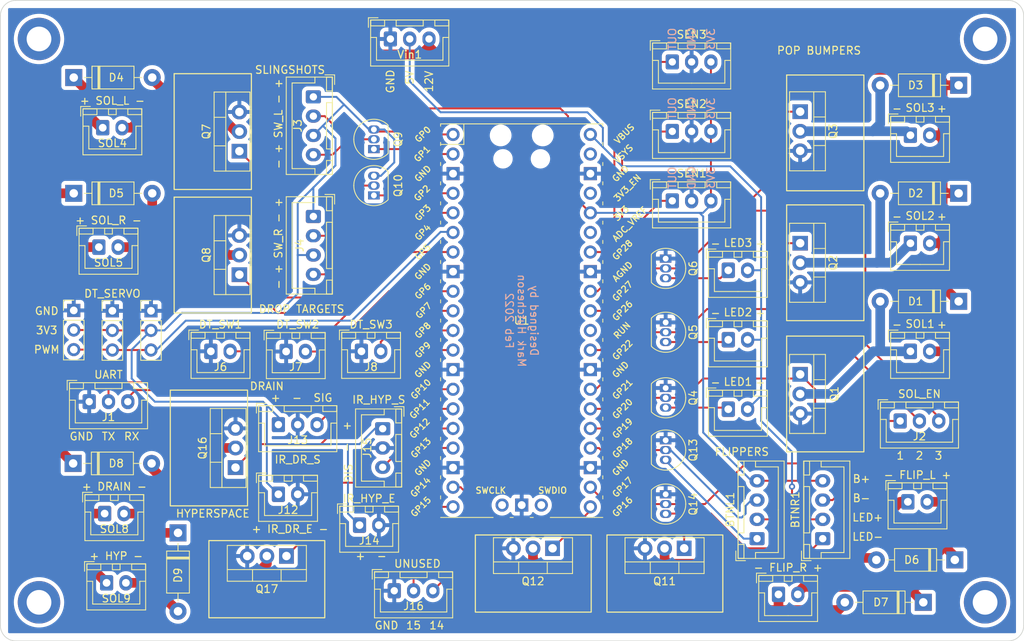
<source format=kicad_pcb>
(kicad_pcb (version 20211014) (generator pcbnew)
  (layers (0 "F.Cu" signal) (31 "B.Cu" signal) (34 "B.Paste" user) (35 "F.Paste" user) (36 "B.SilkS" user "B.Silkscreen") (37 "F.SilkS" user "F.Silkscreen") (38 "B.Mask" user) (39 "F.Mask" user) (44 "Edge.Cuts" user))
  (net 0 "")
  (net 1 "/12V")
  (net 2 "/SOL1")
  (net 3 "/SOL2")
  (net 4 "/SOL3")
  (net 5 "/LED1")
  (net 6 "/5V")
  (net 7 "/LED2")
  (net 8 "/LED3")
  (net 9 "/SOL1_en")
  (net 10 "/SOL2_En")
  (net 11 "/SOL3_en")
  (net 12 "/Sensor1")
  (net 13 "/3V3")
  (net 14 "/Sensor2")
  (net 15 "/Sensor3")
  (net 20 "/GND")
  (net 22 "/SOL8")
  (net 24 "/UART_TX")
  (net 25 "/UART_RX")
  (net 26 "/SOL4")
  (net 27 "/SOL5")
  (net 28 "/Sling_L_Switch")
  (net 29 "/Sling_R_Switch")
  (net 30 "/Sling_L_en")
  (net 31 "/Sling_R_en")
  (net 32 "/Sling_L_Switch_triggered")
  (net 33 "/Sling_R_Switch_triggered")
  (net 34 "/DRP_Servo")
  (net 35 "/DRP1")
  (net 36 "/DRP2")
  (net 37 "/DRP3")
  (net 38 "/LED_L")
  (net 39 "/TRIGGER_L")
  (net 40 "/LED_R")
  (net 41 "/TRIGGER_R")
  (net 42 "/SOL6")
  (net 43 "/SOL7")
  (net 44 "/SOL_L_EN")
  (net 45 "/SOL_R_EN")
  (net 46 "/DRAIN_SIGNAL")
  (net 47 "/SOL_RELOAD_EN")
  (net 48 "/SOL9")
  (net 49 "/HYP_SIGNAL")
  (net 50 "/SOL_HYP_EN")
  (net 51 "Net-(U1-Pad20)")
  (net 52 "Net-(U1-Pad19)")
  (footprint "Connector_JST:JST_XH_B4B-XH-A_1x04_P2.50mm_Vertical" (layer "F.Cu") (at 122.475 107.25 90)
    (fp_text reference "BTNL1")
    (fp_text value "Conn_01x04")
  )
  (footprint "Diode_THT:D_DO-41_SOD81_P10.16mm_Horizontal" (layer "F.Cu") (at 148.58 76.5 180)
    (fp_text reference "D1")
    (fp_text value "1N4004")
  )
  (footprint "Connector_JST:JST_XH_B3B-XH-A_1x03_P2.50mm_Vertical" (layer "F.Cu") (at 111.5 45.475)
    (fp_text reference "SEN3")
    (fp_text value "Conn_01x03")
  )
  (footprint "Diode_THT:D_DO-41_SOD81_P10.16mm_Horizontal" (layer "F.Cu") (at 34 47.5)
    (fp_text reference "D4")
    (fp_text value "1N4004")
  )
  (footprint "Package_TO_SOT_THT:TO-220-3_Vertical" (layer "F.Cu") (at 54.945 98.04 90)
    (fp_text reference "Q16")
    (fp_text value "TIP102")
  )
  (footprint "Connector_JST:JST_XH_B3B-XH-A_1x03_P2.50mm_Vertical" (layer "F.Cu") (at 111.5 63.475)
    (fp_text reference "SEN1")
    (fp_text value "Conn_01x03")
  )
  (footprint "Diode_THT:D_DO-41_SOD81_P10.16mm_Horizontal" (layer "F.Cu") (at 148.08 110 180)
    (fp_text reference "D6")
    (fp_text value "1N4004")
  )
  (footprint "Package_TO_SOT_THT:TO-92_Inline" (layer "F.Cu") (at 72.86 56.77 90)
    (fp_text reference "Q9")
    (fp_text value "2N3904")
  )
  (footprint "Package_TO_SOT_THT:TO-92_Inline" (layer "F.Cu") (at 110.64 70.96 -90)
    (fp_text reference "Q6")
    (fp_text value "2N3904")
  )
  (footprint "Pi-Pico:RPi_Pico_TH" (layer "F.Cu") (at 92 79)
    (fp_text reference "U1")
    (fp_text value "Pico")
  )
  (footprint "Connector_JST:JST_XH_B2B-XH-A_1x02_P2.50mm_Vertical" (layer "F.Cu") (at 118.75 81.475)
    (fp_text reference "LED2")
    (fp_text value "Conn_01x02")
  )
  (footprint "" (layer "F.Cu") (at 29.5 115.5)
    (fp_text reference "")
    (fp_text value "")
  )
  (footprint "Package_TO_SOT_THT:TO-220-3_Vertical" (layer "F.Cu") (at 128.055 85.96 -90)
    (fp_text reference "Q1")
    (fp_text value "TIP102")
  )
  (footprint "Connector_JST:JST_XH_B2B-XH-A_1x02_P2.50mm_Vertical" (layer "F.Cu") (at 37.75 54)
    (fp_text reference "SOL4")
    (fp_text value "Conn_01x02")
  )
  (footprint "Package_TO_SOT_THT:TO-92_Inline" (layer "F.Cu") (at 110.64 79.23 -90)
    (fp_text reference "Q5")
    (fp_text value "2N3904")
  )
  (footprint "Diode_THT:D_DO-41_SOD81_P10.16mm_Horizontal" (layer "F.Cu") (at 144 115.5 180)
    (fp_text reference "D7")
    (fp_text value "1N4004")
  )
  (footprint "Package_TO_SOT_THT:TO-220-3_Vertical" (layer "F.Cu") (at 113.04 108.5 180)
    (fp_text reference "Q11")
    (fp_text value "TIP102")
  )
  (footprint "MountingHole:MountingHole_3.2mm_M3_ISO14580_Pad" (layer "F.Cu") (at 152 42.5)
    (fp_text reference "REF**" hide)
    (fp_text value "MountingHole_3.2mm_M3_ISO14580_Pad" hide)
  )
  (footprint "Connector_PinHeader_2.54mm:PinHeader_1x03_P2.54mm_Vertical" (layer "F.Cu") (at 39 77.725)
    (fp_text reference "J10" hide)
    (fp_text value "Conn_01x03")
  )
  (footprint "Connector_JST:JST_XH_B4B-XH-A_1x04_P2.50mm_Vertical" (layer "F.Cu") (at 65.025 65.5 -90)
    (fp_text reference "J4")
    (fp_text value "Conn_01x02")
  )
  (footprint "Package_TO_SOT_THT:TO-220-3_Vertical" (layer "F.Cu") (at 128.055 51.92 -90)
    (fp_text reference "Q3")
    (fp_text value "TIP102")
  )
  (footprint "Connector_JST:JST_XH_B2B-XH-A_1x02_P2.50mm_Vertical" (layer "F.Cu") (at 60.5 101.5)
    (fp_text reference "J12")
    (fp_text value "Conn_01x02")
  )
  (footprint "Package_TO_SOT_THT:TO-220-3_Vertical" (layer "F.Cu") (at 55.445 73.04 90)
    (fp_text reference "Q8")
    (fp_text value "TIP102")
  )
  (footprint "Connector_JST:JST_XH_B3B-XH-A_1x03_P2.50mm_Vertical" (layer "F.Cu") (at 74 93 -90)
    (fp_text reference "J15")
    (fp_text value "Conn_01x03")
  )
  (footprint "Connector_JST:JST_XH_B2B-XH-A_1x02_P2.50mm_Vertical" (layer "F.Cu") (at 37.25 69.475)
    (fp_text reference "SOL5")
    (fp_text value "Conn_01x02")
  )
  (footprint "Connector_JST:JST_XH_B2B-XH-A_1x02_P2.50mm_Vertical" (layer "F.Cu") (at 142 102.475)
    (fp_text reference "SOL_L1" hide)
    (fp_text value "Conn_01x02")
  )
  (footprint "Diode_THT:D_DO-41_SOD81_P10.16mm_Horizontal" (layer "F.Cu") (at 34 62.5)
    (fp_text reference "D5")
    (fp_text value "1N4004")
  )
  (footprint "Connector_PinHeader_2.54mm:PinHeader_1x03_P2.54mm_Vertical" (layer "F.Cu") (at 44 77.725)
    (fp_text reference "J11" hide)
    (fp_text value "Conn_01x03")
  )
  (footprint "Package_TO_SOT_THT:TO-220-3_Vertical" (layer "F.Cu") (at 55.445 57.04 90)
    (fp_text reference "Q7")
    (fp_text value "TIP102")
  )
  (footprint "Connector_JST:JST_XH_B3B-XH-A_1x03_P2.50mm_Vertical" (layer "F.Cu") (at 36 89.5)
    (fp_text reference "J1")
    (fp_text value "Conn_01x02")
  )
  (footprint "Connector_JST:JST_XH_B3B-XH-A_1x03_P2.50mm_Vertical" (layer "F.Cu") (at 141 92)
    (fp_text reference "J2")
    (fp_text value "Conn_01x03")
  )
  (footprint "Connector_JST:JST_XH_B3B-XH-A_1x03_P2.50mm_Vertical" (layer "F.Cu") (at 60.5 92.475)
    (fp_text reference "J13")
    (fp_text value "Conn_01x03")
  )
  (footprint "Connector_JST:JST_XH_B2B-XH-A_1x02_P2.50mm_Vertical" (layer "F.Cu") (at 38.25 112.975)
    (fp_text reference "SOL9")
    (fp_text value "Conn_01x02")
  )
  (footprint "Package_TO_SOT_THT:TO-92_Inline" (layer "F.Cu") (at 110.64 87.73 -90)
    (fp_text reference "Q4")
    (fp_text value "2N3904")
  )
  (footprint "Connector_JST:JST_XH_B2B-XH-A_1x02_P2.50mm_Vertical" (layer "F.Cu") (at 51.75 82.975)
    (fp_text reference "J6")
    (fp_text value "Conn_01x02")
  )
  (footprint "Package_TO_SOT_THT:TO-92_Inline" (layer "F.Cu") (at 72.86 62.77 90)
    (fp_text reference "Q10")
    (fp_text value "2N3904")
  )
  (footprint "Connector_JST:JST_XH_B3B-XH-A_1x03_P2.50mm_Vertical" (layer "F.Cu") (at 111.5 54.475)
    (fp_text reference "SEN2")
    (fp_text value "Conn_01x03")
  )
  (footprint "Connector_JST:JST_XH_B2B-XH-A_1x02_P2.50mm_Vertical" (layer "F.Cu") (at 61.5 83)
    (fp_text reference "J7")
    (fp_text value "Conn_01x02")
  )
  (footprint "Connector_JST:JST_XH_B2B-XH-A_1x02_P2.50mm_Vertical" (layer "F.Cu") (at 125.25 114.475)
    (fp_text reference "SOL_R1" hide)
    (fp_text value "Conn_01x02")
  )
  (footprint "Diode_THT:D_DO-41_SOD81_P10.16mm_Horizontal" (layer "F.Cu") (at 47.5 106.5 -90)
    (fp_text reference "D9")
    (fp_text value "1N4004")
  )
  (footprint "Connector_JST:JST_XH_B3B-XH-A_1x03_P2.50mm_Vertical" (layer "F.Cu") (at 75.5 114)
    (fp_text reference "J16")
    (fp_text value "Conn_01x03")
  )
  (footprint "Connector_JST:JST_XH_B2B-XH-A_1x02_P2.50mm_Vertical" (layer "F.Cu") (at 142.33 82.975)
    (fp_text reference "SOL1")
    (fp_text value "Conn_01x02")
  )
  (footprint "Package_TO_SOT_THT:TO-92_Inline" (layer "F.Cu") (at 110.64 101.5 -90)
    (fp_text reference "Q14")
    (fp_text value "2N3904")
  )
  (footprint "Package_TO_SOT_THT:TO-220-3_Vertical" (layer "F.Cu") (at 61.54 109.5 180)
    (fp_text reference "Q17")
    (fp_text value "TIP102")
  )
  (footprint "Connector_JST:JST_XH_B3B-XH-A_1x03_P2.50mm_Vertical" (layer "F.Cu") (at 75 42.5)
    (fp_text reference "Vin1")
    (fp_text value "Conn_01x03")
  )
  (footprint "Package_TO_SOT_THT:TO-220-3_Vertical" (layer "F.Cu") (at 128.055 68.96 -90)
    (fp_text reference "Q2")
    (fp_text value "TIP102")
  )
  (footprint "Connector_JST:JST_XH_B2B-XH-A_1x02_P2.50mm_Vertical" (layer "F.Cu") (at 142.33 54.975)
    (fp_text reference "SOL3")
    (fp_text value "Conn_01x02")
  )
  (footprint "Connector_JST:JST_XH_B2B-XH-A_1x02_P2.50mm_Vertical" (layer "F.Cu") (at 71.25 82.975)
    (fp_text reference "J8")
    (fp_text value "Conn_01x02")
  )
  (footprint "Connector_JST:JST_XH_B2B-XH-A_1x02_P2.50mm_Vertical" (layer "F.Cu") (at 118.75 72.475)
    (fp_text reference "LED3")
    (fp_text value "Conn_01x02")
  )
  (footprint "" (layer "F.Cu") (at 29.5 42.5)
    (fp_text reference "")
    (fp_text value "")
  )
  (footprint "Diode_THT:D_DO-41_SOD81_P10.16mm_Horizontal" (layer "F.Cu") (at 148.58 48.5 180)
    (fp_text reference "D3")
    (fp_text value "1N4004")
  )
  (footprint "Package_TO_SOT_THT:TO-220-3_Vertical" (layer "F.Cu") (at 96 108.5 180)
    (fp_text reference "Q12")
    (fp_text value "TIP102")
  )
  (footprint "Connector_JST:JST_XH_B4B-XH-A_1x04_P2.50mm_Vertical" (layer "F.Cu") (at 130.975 107.25 90)
    (fp_text reference "BTNR1")
    (fp_text value "Conn_01x04")
  )
  (footprint "Connector_JST:JST_XH_B2B-XH-A_1x02_P2.50mm_Vertical" (layer "F.Cu") (at 71 105.5)
    (fp_text reference "J14")
    (fp_text value "Conn_01x02")
  )
  (footprint "Package_TO_SOT_THT:TO-92_Inline" (layer "F.Cu") (at 110.64 94.5 -90)
    (fp_text reference "Q13")
    (fp_text value "2N3904")
  )
  (footprint "Diode_THT:D_DO-41_SOD81_P10.16mm_Horizontal" (layer "F.Cu") (at 148.58 62.5 180)
    (fp_text reference "D2")
    (fp_text value "1N4004")
  )
  (footprint "Connector_JST:JST_XH_B2B-XH-A_1x02_P2.50mm_Vertical" (layer "F.Cu") (at 142.33 68.975)
    (fp_text reference "SOL2")
    (fp_text value "Conn_01x02")
  )
  (footprint "Diode_THT:D_DO-41_SOD81_P10.16mm_Horizontal" (layer "F.Cu") (at 33.92 97.5)
    (fp_text reference "D8")
    (fp_text value "1N4004")
  )
  (footprint "Connector_JST:JST_XH_B2B-XH-A_1x02_P2.50mm_Vertical" (layer "F.Cu") (at 118.75 90.475)
    (fp_text reference "LED1")
    (fp_text value "Conn_01x02")
  )
  (footprint "" (layer "F.Cu") (at 152 115.5)
    (fp_text reference "")
    (fp_text value "")
  )
  (footprint "Connector_JST:JST_XH_B2B-XH-A_1x02_P2.50mm_Vertical" (layer "F.Cu") (at 38 104)
    (fp_text reference "SOL8")
    (fp_text value "Conn_01x02")
  )
  (footprint "Connector_PinHeader_2.54mm:PinHeader_1x03_P2.54mm_Vertical" (layer "F.Cu") (at 34 77.675)
    (fp_text reference "J9" hide)
    (fp_text value "Conn_01x03")
  )
  (footprint "Connector_JST:JST_XH_B4B-XH-A_1x04_P2.50mm_Vertical" (layer "F.Cu") (at 65.025 50 -90)
    (fp_text reference "J3")
    (fp_text value "Conn_01x02")
  )
  (gr_rect (start 57 63) (end 47 78) (layer "F.SilkS") (width 0.15) (fill none))
  (gr_rect (start 136.305 47.17) (end 126.305 62.17) (layer "F.SilkS") (width 0.15) (fill none))
  (gr_rect (start 86 106.77) (end 101 116.77) (layer "F.SilkS") (width 0.15) (fill none))
  (gr_rect (start 103.04 106.77) (end 118.04 116.77) (layer "F.SilkS") (width 0.15) (fill none))
  (gr_rect (start 136.305 64) (end 126.305 79) (layer "F.SilkS") (width 0.15) (fill none))
  (gr_rect (start 51.5 107.5) (end 66.5 117.5) (layer "F.SilkS") (width 0.15) (fill none))
  (gr_rect (start 56.5 88) (end 46.5 103) (layer "F.SilkS") (width 0.15) (fill none))
  (gr_rect (start 57 47) (end 47 62) (layer "F.SilkS") (width 0.15) (fill none))
  (gr_rect (start 136.305 81) (end 126.305 96) (layer "F.SilkS") (width 0.15) (fill none))
  (gr_line (start 24.5 39.5) (end 24.5 118.5) (layer "Edge.Cuts") (width 0.1))
  (gr_arc (start 24.5 39.5) (mid 25.085786 38.085786) (end 26.5 37.5) (layer "Edge.Cuts") (width 0.1))
  (gr_line (start 26.5 120.5) (end 155 120.5) (layer "Edge.Cuts") (width 0.1))
  (gr_arc (start 155 37.5) (mid 156.414214 38.085786) (end 157 39.5) (layer "Edge.Cuts") (width 0.1))
  (gr_arc (start 157 118.5) (mid 156.414214 119.914214) (end 155 120.5) (layer "Edge.Cuts") (width 0.1))
  (gr_arc (start 26.5 120.5) (mid 25.085786 119.914214) (end 24.5 118.5) (layer "Edge.Cuts") (width 0.1))
  (gr_line (start 157 118.5) (end 157 39.5) (layer "Edge.Cuts") (width 0.1))
  (gr_line (start 155 37.5) (end 26.5 37.5) (layer "Edge.Cuts") (width 0.1))
  (gr_text "GND" (at 114 42.5 90) (layer "B.SilkS") (effects (font (size 1 1)) (justify mirror)))
  (gr_text "3V3" (at 116.5 60.5 90) (layer "B.SilkS") (effects (font (size 1 1)) (justify mirror)))
  (gr_text "OUT" (at 111.5 42.5 90) (layer "B.SilkS") (effects (font (size 1 1)) (justify mirror)))
  (gr_text "OUT" (at 111.5 60.5 90) (layer "B.SilkS") (effects (font (size 1 1)) (justify mirror)))
  (gr_text "Designed by\nMark Hutcheson\nFeb 2022" (at 92 79 270) (layer "B.SilkS") (effects (font (size 1 1)) (justify mirror)))
  (gr_text "3V3" (at 116.5 51.5 90) (layer "B.SilkS") (effects (font (size 1 1)) (justify mirror)))
  (gr_text "GND" (at 114 60.5 90) (layer "B.SilkS") (effects (font (size 1 1)) (justify mirror)))
  (gr_text "OUT" (at 111.5 51.5 90) (layer "B.SilkS") (effects (font (size 1 1)) (justify mirror)))
  (gr_text "3V3" (at 116.5 42.5 90) (layer "B.SilkS") (effects (font (size 1 1)) (justify mirror)))
  (gr_text "GND" (at 114 51.5 90) (layer "B.SilkS") (effects (font (size 1 1)) (justify mirror)))
  (gr_text "1  2  3" (at 143.5 96.5) (layer "F.SilkS") (effects (font (size 1 1))))
  (gr_text "UNUSED" (at 78.5 110.5) (layer "F.SilkS") (effects (font (size 1 1))))
  (gr_text "+  -  SIG" (at 63.5 89) (layer "F.SilkS") (effects (font (size 1 1))))
  (gr_text "+ SOL_R -" (at 38.5 66) (layer "F.SilkS") (effects (font (size 1 1))))
  (gr_text "POP BUMPERS" (at 130.5 44) (layer "F.SilkS") (effects (font (size 1 1))))
  (gr_text "-      +" (at 143.5 79.5) (layer "F.SilkS") (effects (font (size 1 1))))
  (gr_text "UART" (at 38.5 86) (layer "F.SilkS") (effects (font (size 1 1))))
  (gr_text "+ HYP -" (at 39.5 109.5) (layer "F.SilkS") (effects (font (size 1 1))))
  (gr_text "IR_HYP_E" (at 72.25 102.05) (layer "F.SilkS") (effects (font (size 1 1))))
  (gr_text "DT_SW3" (at 72.5 79.5) (layer "F.SilkS") (effects (font (size 1 1))))
  (gr_text "-      +" (at 120 87) (layer "F.SilkS") (effects (font (size 1 1))))
  (gr_text "+ IR_DR_E -" (at 62 106) (layer "F.SilkS") (effects (font (size 1 1))))
  (gr_text "DT_SW1" (at 53 79.5) (layer "F.SilkS") (effects (font (size 1 1))))
  (gr_text "B+" (at 136 99.5) (layer "F.SilkS") (effects (font (size 1 1))))
  (gr_text "GND" (at 30.5 77.75) (layer "F.SilkS") (effects (font (size 1 1))))
  (gr_text "+  -" (at 72.5 109.5) (layer "F.SilkS") (effects (font (size 1 1))))
  (gr_text "- FLIP_R +" (at 126.5 111) (layer "F.SilkS") (effects (font (size 1 1))))
  (gr_text "DT_SERVO" (at 39 75.5) (layer "F.SilkS") (effects (font (size 1 1))))
  (gr_text "- FLIP_L +" (at 143.25 99) (layer "F.SilkS") (effects (font (size 1 1))))
  (gr_text "5V" (at 77.5 47.5 90) (layer "F.SilkS") (effects (font (size 1 1))))
  (gr_text "- + SW_R - +" (at 60.5 69 90) (layer "F.SilkS") (effects (font (size 1 1))))
  (gr_text "+ DRAIN -" (at 39.25 100.5) (layer "F.SilkS") (effects (font (size 1 1))))
  (gr_text "-      +" (at 143.5 51.5) (layer "F.SilkS") (effects (font (size 1 1))))
  (gr_text "RX" (at 41.5 94) (layer "F.SilkS") (effects (font (size 1 1))))
  (gr_text "FLIPPERS" (at 120.5 96) (layer "F.SilkS") (effects (font (size 1 1))))
  (gr_text "LED-" (at 136.8 107) (layer "F.SilkS") (effects (font (size 1 1))))
  (gr_text "GND" (at 75 48 90) (layer "F.SilkS") (effects (font (size 1 1))))
  (gr_text "GND" (at 35 94) (layer "F.SilkS") (effects (font (size 1 1))))
  (gr_text "SOL_EN" (at 143.5 88.5) (layer "F.SilkS") (effects (font (size 1 1))))
  (gr_text "HYPERSPACE" (at 52 104) (layer "F.SilkS") (effects (font (size 1 1))))
  (gr_text "12V" (at 80 48 90) (layer "F.SilkS") (effects (font (size 1 1))))
  (gr_text "LED+" (at 136.8 104.5) (layer "F.SilkS") (effects (font (size 1 1))))
  (gr_text "-      +" (at 143.5 65.5) (layer "F.SilkS") (effects (font (size 1 1))))
  (gr_text "GND" (at 74.5 118.5) (layer "F.SilkS") (effects (font (size 1 1))))
  (gr_text "+ SOL_L -" (at 39 50.5) (layer "F.SilkS") (effects (font (size 1 1))))
  (gr_text "SLINGSHOTS" (at 62 46.5) (layer "F.SilkS") (effects (font (size 1 1))))
  (gr_text "DROP TARGETS" (at 63.5 77.5) (layer "F.SilkS") (effects (font (size 1 1))))
  (gr_text "DT_SW2" (at 63 79.5) (layer "F.SilkS") (effects (font (size 1 1))))
  (gr_text "-      +" (at 120 78) (layer "F.SilkS") (effects (font (size 1 1))))
  (gr_text "B-" (at 136 102) (layer "F.SilkS") (effects (font (size 1 1))))
  (gr_text "3V3" (at 30.5 80.25) (layer "F.SilkS") (effects (font (size 1 1))))
  (gr_text "-      +" (at 120 69) (layer "F.SilkS") (effects (font (size 1 1))))
  (gr_text "15" (at 78 118.5) (layer "F.SilkS") (effects (font (size 1 1))))
  (gr_text "DRAIN" (at 59 87.5) (layer "F.SilkS") (effects (font (size 1 1))))
  (gr_text "- + SW_L - +" (at 60.5 53.5 90) (layer "F.SilkS") (effects (font (size 1 1))))
  (gr_text "+  -  SIG" (at 69.5 96 270) (layer "F.SilkS") (effects (font (size 1 1))))
  (gr_text "14" (at 81 118.5) (layer "F.SilkS") (effects (font (size 1 1))))
  (gr_text "IR_DR_S" (at 63 97) (layer "F.SilkS") (effects (font (size 1 1))))
  (gr_text "IR_HYP_S" (at 73.5 89.25) (layer "F.SilkS") (effects (font (size 1 1))))
  (gr_text "PWM" (at 30.5 82.75) (layer "F.SilkS") (effects (font (size 1 1))))
  (gr_text "TX" (at 38.5 94) (layer "F.SilkS") (effects (font (size 1 1))))
  (segment (start 144 112.5) (end 143 113.5) (width 1.25) (layer "F.Cu") (net 1))
  (segment (start 147.525 102.475) (end 148 102) (width 1.25) (layer "F.Cu") (net 1))
  (segment (start 31 55) (end 31 62.5) (width 1.25) (layer "F.Cu") (net 1))
  (segment (start 34.75 51.25) (end 31 55) (width 1.25) (layer "F.Cu") (net 1))
  (segment (start 41.5 44.5) (end 36 50) (width 1.25) (layer "F.Cu") (net 1))
  (segment (start 31 62.5) (end 31 66) (width 1.25) (layer "F.Cu") (net 1))
  (segment (start 146.5 48) (end 146.5 48.5) (width 1.25) (layer "F.Cu") (net 1))
  (segment (start 34.5 104) (end 38 104) (width 1.25) (layer "F.Cu") (net 1))
  (segment (start 37.5 54) (end 34.75 51.25) (width 1.25) (layer "F.Cu") (net 1))
  (segment (start 144.5 102.475) (end 147.525 102.475) (width 1.25) (layer "F.Cu") (net 1))
  (segment (start 34.5 104) (end 34.5 106.5) (width 1.25) (layer "F.Cu") (net 1))
  (segment (start 142.5 114) (end 142.5 113.5) (width 1.25) (layer "F.Cu") (net 1))
  (segment (start 145.975 54.975) (end 146.5 55.5) (width 1.25) (layer "F.Cu") (net 1))
  (segment (start 144.83 54.975) (end 145.975 54.975) (width 1.25) (layer "F.Cu") (net 1))
  (segment (start 80 42.5) (end 80 43.5) (width 1.25) (layer "F.Cu") (net 1))
  (segment (start 128.5 113.5) (end 127.75 114.25) (width 1.25) (layer "F.Cu") (net 1))
  (segment (start 34.5 106.5) (end 34.5 109.225) (width 1.25) (layer "F.Cu") (net 1))
  (segment (start 146.75 108.25) (end 144 111) (width 1.25) (layer "F.Cu") (net 1))
  (segment (start 148.08 110) (end 148.08 109.58) (width 1.25) (layer "F.Cu") (net 1))
  (segment (start 125 46.5) (end 145 46.5) (width 1.25) (layer "F.Cu") (net 1))
  (segment (start 151 91) (end 148 94) (width 1.25) (layer "F.Cu") (net 1))
  (segment (start 106 45) (end 108 43) (width 1.25) (layer "F.Cu") (net 1))
  (segment (start 37.75 54) (end 37.5 54) (width 1.25) (layer "F.Cu") (net 1))
  (segment (start 146.5 62) (end 146.5 68.5) (width 1.25) (layer "F.Cu") (net 1))
  (segment (start 146.5 73) (end 146.5 74.5) (width 1.25) (layer "F.Cu") (net 1))
  (segment (start 148 94) (end 148 102) (width 1.25) (layer "F.Cu") (net 1))
  (segment (start 146.5 48.5) (end 146.5 55.5) (width 1.25) (layer "F.Cu") (net 1))
  (segment (start 31 66) (end 31 94.58) (width 1.25) (layer "F.Cu") (net 1))
  (segment (start 31 66) (end 34.475 69.475) (width 1.25) (layer "F.Cu") (net 1))
  (segment (start 79 44.5) (end 41.5 44.5) (width 1.25) (layer "F.Cu") (net 1))
  (segment (start 31 94.58) (end 31 100.5) (width 1.25) (layer "F.Cu") (net 1))
  (segment (start 127.75 114.25) (end 127.75 114.475) (width 1.25) (layer "F.Cu") (net 1))
  (segment (start 34.475 69.475) (end 37.25 69.475) (width 1.25) (layer "F.Cu") (net 1))
  (segment (start 147 62.5) (end 146.5 62) (width 1.25) (layer "F.Cu") (net 1))
  (segment (start 144 111) (end 144 112.5) (width 1.25) (layer "F.Cu") (net 1))
  (segment (start 34 47.5) (end 36 49.5) (width 1.25) (layer "F.Cu") (net 1))
  (segment (start 149.5 73) (end 151 74.5) (width 1.25) (layer "F.Cu") (net 1))
  (segment (start 146.5 55.5) (end 146.5 62) (width 1.25) (layer "F.Cu") (net 1))
  (segment (start 151 74.5) (end 151 82.5) (width 1.25) (layer "F.Cu") (net 1))
  (segment (start 146.5 74.5) (end 148.5 76.5) (width 1.25) (layer "F.Cu") (net 1))
  (segment (start 148.5 76.5) (end 148.58 76.5) (width 1.25) (layer "F.Cu") (net 1))
  (segment (start 34.5 106.5) (end 47.5 106.5) (width 1.25) (layer "F.Cu") (net 1))
  (segment (start 81.5 45) (end 106 45) (width 1.25) (layer "F.Cu") (net 1))
  (segment (start 148.58 62.5) (end 147 62.5) (width 1.25) (layer "F.Cu") (net 1))
  (segment (start 34 62.5) (end 31 62.5) (width 1.25) (layer "F.Cu") (net 1))
  (segment (start 144.83 82.975) (end 150.525 82.975) (width 1.25) (layer "F.Cu") (net 1))
  (segment (start 144 115.5) (end 142.5 114) (width 1.25) (layer "F.Cu") (net 1))
  (segment (start 146.5 73) (end 149.5 73) (width 1.25) (layer "F.Cu") (net 1))
  (segment (start 108 43) (end 121.5 43) (width 1.25) (layer "F.Cu") (net 1))
  (segment (start 80 43.5) (end 79 44.5) (width 1.25) (layer "F.Cu") (net 1))
  (segment (start 145 46.5) (end 146.5 48) (width 1.25) (layer "F.Cu") (net 1))
  (segment (start 148.58 48.5) (end 146.5 48.5) (width 1.25) (layer "F.Cu") (net 1))
  (segment (start 148 102) (end 148 107) (width 1.25) (layer "F.Cu") (net 1))
  (segment (start 146.5 68.5) (end 146.5 73) (width 1.25) (layer "F.Cu") (net 1))
  (segment (start 148.08 109.58) (end 146.75 108.25) (width 1.25) (layer "F.Cu") (net 1))
  (segment (start 80 43.5) (end 81.5 45) (width 1.25) (layer "F.Cu") (net 1))
  (segment (start 34.5 109.225) (end 38.25 112.975) (width 1.25) (layer "F.Cu") (net 1))
  (segment (start 31 100.5) (end 34.5 104) (width 1.25) (layer "F.Cu") (net 1))
  (segment (start 36 49.5) (end 36 50) (width 1.25) (layer "F.Cu") (net 1))
  (segment (start 148 107) (end 146.75 108.25) (width 1.25) (layer "F.Cu") (net 1))
  (segment (start 143 113.5) (end 142.5 113.5) (width 1.25) (layer "F.Cu") (net 1))
  (segment (start 146.025 68.975) (end 146.5 68.5) (width 1.25) (layer "F.Cu") (net 1))
  (segment (start 150.525 82.975) (end 151 82.5) (width 1.25) (layer "F.Cu") (net 1))
  (segment (start 151 82.5) (end 151 91) (width 1.25) (layer "F.Cu") (net 1))
  (segment (start 144.83 68.975) (end 146.025 68.975) (width 1.25) (layer "F.Cu") (net 1))
  (segment (start 121.5 43) (end 125 46.5) (width 1.25) (layer "F.Cu") (net 1))
  (segment (start 36 50) (end 34.75 51.25) (width 1.25) (layer "F.Cu") (net 1))
  (segment (start 31 94.58) (end 33.92 97.5) (width 1.25) (layer "F.Cu") (net 1))
  (segment (start 142.5 113.5) (end 128.5 113.5) (width 1.25) (layer "F.Cu") (net 1))
  (segment (start 138.42 76.5) (end 138.42 82.58) (width 1.25) (layer "B.Cu") (net 2))
  (segment (start 132 88.5) (end 137.525 82.975) (width 1.25) (layer "B.Cu") (net 2))
  (segment (start 138.025 82.975) (end 142.33 82.975) (width 1.25) (layer "B.Cu") (net 2))
  (segment (start 128.055 88.5) (end 132 88.5) (width 1.25) (layer "B.Cu") (net 2))
  (segment (start 138.42 82.58) (end 138.025 82.975) (width 1.25) (layer "B.Cu") (net 2))
  (segment (start 137.525 82.975) (end 138.025 82.975) (width 1.25) (layer "B.Cu") (net 2))
  (segment (start 138 71.5) (end 139.805 71.5) (width 1.25) (layer "B.Cu") (net 3))
  (segment (start 138.42 62.5) (end 138.42 71.08) (width 1.25) (layer "B.Cu") (net 3))
  (segment (start 138.42 71.08) (end 138 71.5) (width 1.25) (layer "B.Cu") (net 3))
  (segment (start 128.055 71.5) (end 138 71.5) (width 1.25) (layer "B.Cu") (net 3))
  (segment (start 139.805 71.5) (end 142.33 68.975) (width 1.25) (layer "B.Cu") (net 3))
  (segment (start 138.42 53.5) (end 137.46 54.46) (width 1.25) (layer "B.Cu") (net 4))
  (segment (start 137.46 54.46) (end 141.815 54.46) (width 1.25) (layer "B.Cu") (net 4))
  (segment (start 141.815 54.46) (end 142.33 54.975) (width 1.25) (layer "B.Cu") (net 4))
  (segment (start 128.055 54.46) (end 137.46 54.46) (width 1.25) (layer "B.Cu") (net 4))
  (segment (start 138.42 48.5) (end 138.42 53.5) (width 1.25) (layer "B.Cu") (net 4))
  (segment (start 118.545 90.27) (end 118.75 90.475) (width 0.25) (layer "F.Cu") (net 5))
  (segment (start 110.64 90.27) (end 118.545 90.27) (width 0.25) (layer "F.Cu") (net 5))
  (segment (start 127 103) (end 128.75 104.75) (width 0.25) (layer "F.Cu") (net 6))
  (segment (start 128.75 104.75) (end 130.975 104.75) (width 0.25) (layer "F.Cu") (net 6))
  (segment (start 127 100.5) (end 127 103) (width 0.25) (layer "F.Cu") (net 6))
  (segment (start 127 103) (end 125.25 104.75) (width 0.25) (layer "F.Cu") (net 6))
  (segment (start 125.25 104.75) (end 122.475 104.75) (width 0.25) (layer "F.Cu") (net 6))
  (via (at 127 100.5) (size 0.8) (drill 0.4) (layers "F.Cu" "B.Cu") (net 6))
  (segment (start 102.51 56.49) (end 100.89 54.87) (width 0.25) (layer "B.Cu") (net 6))
  (segment (start 119 59) (end 123 63) (width 0.25) (layer "B.Cu") (net 6))
  (segment (start 81.5 52) (end 77.5 48) (width 0.25) (layer "B.Cu") (net 6))
  (segment (start 102.51 56.49) (end 105.02 59) (width 0.25) (layer "B.Cu") (net 6))
  (segment (start 123 81.5) (end 123 88.725) (width 0.25) (layer "B.Cu") (net 6))
  (segment (start 105.02 59) (end 119 59) (width 0.25) (layer "B.Cu") (net 6))
  (segment (start 100.5 52) (end 81.5 52) (width 0.25) (layer "B.Cu") (net 6))
  (segment (start 121.25 72.475) (end 122.975 72.475) (width 0.25) (layer "B.Cu") (net 6))
  (segment (start 123 72.5) (end 123 81.5) (width 0.25) (layer "B.Cu") (net 6))
  (segment (start 77.5 48) (end 77.5 42.5) (width 0.25) (layer "B.Cu") (net 6))
  (segment (start 102.51 56.49) (end 102.51 54.01) (width 0.25) (layer "B.Cu") (net 6))
  (segment (start 127 96) (end 127 100.5) (width 0.25) (layer "B.Cu") (net 6))
  (segment (start 122.975 72.475) (end 123 72.5) (width 0.25) (layer "B.Cu") (net 6))
  (segment (start 122.975 81.475) (end 123 81.5) (width 0.25) (layer "B.Cu") (net 6))
  (segment (start 123 92) (end 127 96) (width 0.25) (layer "B.Cu") (net 6))
  (segment (start 123 63) (end 123 72.5) (width 0.25) (layer "B.Cu") (net 6))
  (segment (start 123 88.725) (end 123 92) (width 0.25) (layer "B.Cu") (net 6))
  (segment (start 121.25 81.475) (end 122.975 81.475) (width 0.25) (layer "B.Cu") (net 6))
  (segment (start 123 88.725) (end 121.25 90.475) (width 0.25) (layer "B.Cu") (net 6))
  (segment (start 102.51 54.01) (end 100.5 52) (width 0.25) (layer "B.Cu") (net 6))
  (segment (start 110.64 81.77) (end 118.455 81.77) (width 0.25) (layer "F.Cu") (net 7))
  (segment (start 118.455 81.77) (end 118.75 81.475) (width 0.25) (layer "F.Cu") (net 7))
  (segment (start 117.725 73.5) (end 118.75 72.475) (width 0.25) (layer "F.Cu") (net 8))
  (segment (start 110.64 73.5) (end 117.725 73.5) (width 0.25) (layer "F.Cu") (net 8))
  (segment (start 127.515 86.5) (end 128.055 85.96) (width 0.25) (layer "F.Cu") (net 9))
  (segment (start 105.5 89) (end 110.64 89) (width 0.25) (layer "F.Cu") (net 9))
  (segment (start 113 89) (end 115.5 86.5) (width 0.25) (layer "F.Cu") (net 9))
  (segment (start 100.89 90.43) (end 104.07 90.43) (width 0.25) (layer "F.Cu") (net 9))
  (segment (start 124.5 86.5) (end 127.515 86.5) (width 0.25) (layer "F.Cu") (net 9))
  (segment (start 128.055 85.96) (end 130 87.905) (width 0.25) (layer "F.Cu") (net 9))
  (segment (start 104.07 90.43) (end 105.5 89) (width 0.25) (layer "F.Cu") (net 9))
  (segment (start 130 87.905) (end 130 91.5) (width 0.25) (layer "F.Cu") (net 9))
  (segment (start 124 86.5) (end 124.5 86.5) (width 0.25) (layer "F.Cu") (net 9))
  (segment (start 115.5 86.5) (end 124 86.5) (width 0.25) (layer "F.Cu") (net 9))
  (segment (start 130 91.5) (end 130.5 92) (width 0.25) (layer "F.Cu") (net 9))
  (segment (start 110.64 89) (end 113 89) (width 0.25) (layer "F.Cu") (net 9))
  (segment (start 130.5 92) (end 141 92) (width 0.25) (layer "F.Cu") (net 9))
  (segment (start 129 77.5) (end 143.5 92) (width 0.25) (layer "F.Cu") (net 10))
  (segment (start 109 80.5) (end 110.64 80.5) (width 0.25) (layer "F.Cu") (net 10))
  (segment (start 124 77.5) (end 124.5 77.5) (width 0.25) (layer "F.Cu") (net 10))
  (segment (start 124.5 77.5) (end 126 76) (width 0.25) (layer "F.Cu") (net 10))
  (segment (start 126 76) (end 126 69.5) (width 0.25) (layer "F.Cu") (net 10))
  (segment (start 113 80.5) (end 116 77.5) (width 0.25) (layer "F.Cu") (net 10))
  (segment (start 116 77.5) (end 124 77.5) (width 0.25) (layer "F.Cu") (net 10))
  (segment (start 110.64 80.5) (end 113 80.5) (width 0.25) (layer "F.Cu") (net 10))
  (segment (start 126 69.5) (end 126.54 68.96) (width 0.25) (layer "F.Cu") (net 10))
  (segment (start 100.89 87.89) (end 101.61 87.89) (width 0.25) (layer "F.Cu") (net 10))
  (segment (start 126.54 68.96) (end 128.055 68.96) (width 0.25) (layer "F.Cu") (net 10))
  (segment (start 124.5 77.5) (end 129 77.5) (width 0.25) (layer "F.Cu") (net 10))
  (segment (start 101.61 87.89) (end 109 80.5) (width 0.25) (layer "F.Cu") (net 10))
  (segment (start 107 78) (end 107 73.5) (width 0.25) (layer "F.Cu") (net 11))
  (segment (start 110.64 72.23) (end 112.77 72.23) (width 0.25) (layer "F.Cu") (net 11))
  (segment (start 146 91.5) (end 146 92) (width 0.25) (layer "F.Cu") (net 11))
  (segment (start 122.5 62.5) (end 124.5 60.5) (width 0.25) (layer "F.Cu") (net 11))
  (segment (start 124.5 53) (end 125.58 51.92) (width 0.25) (layer "F.Cu") (net 11))
  (segment (start 102.19 82.81) (end 107 78) (width 0.25) (layer "F.Cu") (net 11))
  (segment (start 120.25 64.75) (end 122.5 62.5) (width 0.25) (layer "F.Cu") (net 11))
  (segment (start 120.25 64.75) (end 131.25 64.75) (width 0.25) (layer "F.Cu") (net 11))
  (segment (start 136.5 82) (end 146 91.5) (width 0.25) (layer "F.Cu") (net 11))
  (segment (start 112.77 72.23) (end 120 65) (width 0.25) (layer "F.Cu") (net 11))
  (segment (start 120 65) (end 120.25 64.75) (width 0.25) (layer "F.Cu") (net 11))
  (segment (start 100.89 82.81) (end 102.19 82.81) (width 0.25) (layer "F.Cu") (net 11))
  (segment (start 136.5 70) (end 136.5 82) (width 0.25) (layer "F.Cu") (net 11))
  (segment (start 108.27 72.23) (end 110.64 72.23) (width 0.25) (layer "F.Cu") (net 11))
  (segment (start 107 73.5) (end 108.27 72.23) (width 0.25) (layer "F.Cu") (net 11))
  (segment (start 125.58 51.92) (end 128.055 51.92) (width 0.25) (layer "F.Cu") (net 11))
  (segment (start 131.25 64.75) (end 136.5 70) (width 0.25) (layer "F.Cu") (net 11))
  (segment (start 124.5 60.5) (end 124.5 53) (width 0.25) (layer "F.Cu") (net 11))
  (segment (start 110.025 63.475) (end 106 67.5) (width 0.25) (layer "F.Cu") (net 12))
  (segment (start 103.77 77.73) (end 100.89 77.73) (width 0.25) (layer "F.Cu") (net 12))
  (segment (start 106 75.5) (end 103.77 77.73) (width 0.25) (layer "F.Cu") (net 12))
  (segment (start 106 67.5) (end 106 75.5) (width 0.25) (layer "F.Cu") (net 12))
  (segment (start 111.5 63.475) (end 110.025 63.475) (width 0.25) (layer "F.Cu") (net 12))
  (segment (start 98 52.5) (end 97 51.5) (width 0.25) (layer "F.Cu") (net 13))
  (segment (start 100.89 65.03) (end 98 62.14) (width 0.25) (layer "F.Cu") (net 13))
  (segment (start 38.95 80.215) (end 39 80.265) (width 0.25) (layer "F.Cu") (net 13))
  (segment (start 73.13 54.5) (end 72.86 54.23) (width 0.25) (layer "F.Cu") (net 13))
  (segment (start 116.5 54.475) (end 116.5 45.475) (width 0.25) (layer "F.Cu") (net 13))
  (segment (start 98 62.14) (end 98 52.5) (width 0.25) (layer "F.Cu") (net 13))
  (segment (start 39 80.265) (end 44 80.265) (width 0.25) (layer "F.Cu") (net 13))
  (segment (start 79 51.5) (end 76 54.5) (width 0.25) (layer "F.Cu") (net 13))
  (segment (start 76 54.5) (end 73.13 54.5) (width 0.25) (layer "F.Cu") (net 13))
  (segment (start 122.475 99.75) (end 130.975 99.75) (width 0.25) (layer "F.Cu") (net 13))
  (segment (start 97 51.5) (end 79 51.5) (width 0.25) (layer "F.Cu") (net 13))
  (segment (start 116.5 63.475) (end 116.5 54.475) (width 0.25) (layer "F.Cu") (net 13))
  (segment (start 34 80.215) (end 38.95 80.215) (width 0.25) (layer "F.Cu") (net 13))
  (segment (start 65.025 54.975) (end 66.25 53.75) (width 0.25) (layer "B.Cu") (net 13))
  (segment (start 116.5 64) (end 116.5 63.475) (width 0.25) (layer "B.Cu") (net 13))
  (segment (start 59 90) (end 60.5 91.5) (width 0.25) (layer "B.Cu") (net 13))
  (segment (start 115.5 93.5) (end 121.75 99.75) (width 0.25) (layer "B.Cu") (net 13))
  (segment (start 60.5 91.5) (end 60.5 92.475) (width 0.25) (layer "B.Cu") (net 13))
  (segment (start 63 63.775) (end 63 70.5) (width 0.25) (layer "B.Cu") (net 13))
  (segment (start 45.735 80.265) (end 44 80.265) (width 0.25) (layer "B.Cu") (net 13))
  (segment (start 74.23 54.23) (end 72.86 54.23) (width 0.25) (layer "B.Cu") (net 13))
  (segment (start 115.03 65.03) (end 115.5 65.5) (width 0.25) (layer "B.Cu") (net 13))
  (segment (start 60.5 78) (end 48 78) (width 0.25) (layer "B.Cu") (net 13))
  (segment (start 44 80.265) (end 41.5 82.765) (width 0.25) (layer "B.Cu") (net 13))
  (segment (start 75.5 58.5) (end 75.5 55.5) (width 0.25) (layer "B.Cu") (net 13))
  (segment (start 59 100) (end 59 95) (width 0.25) (layer "B.Cu") (net 13))
  (segment (start 121.75 99.75) (end 122.475 99.75) (width 0.25) (layer "B.Cu") (net 13))
  (segment (start 41.5 86.5) (end 44.5 89.5) (width 0.25) (layer "B.Cu") (net 13))
  (segment (start 65.025 61.75) (end 63 63.775) (width 0.25) (layer "B.Cu") (net 13))
  (segment (start 66.25 53.75) (end 69 51) (width 0.25) (layer "B.Cu") (net 13))
  (segment (start 70.5 52.5) (end 69 51) (width 0.25) (layer "B.Cu") (net 13))
  (segment (start 71 95) (end 73 93) (width 0.25) (layer "B.Cu") (net 13))
  (segment (start 65.025 61.75) (end 65.025 65.5) (width 0.25) (layer "B.Cu") (net 13))
  (segment (start 65.025 70.5) (end 63 70.5) (width 0.25) (layer "B.Cu") (net 13))
  (segment (start 69.5 104) (end 71 105.5) (width 0.25) (layer "B.Cu") (net 13))
  (segment (start 67.8875 55.3875) (end 66.25 53.75) (width 0.25) (layer "B.Cu") (net 13))
  (segment (start 72.86 60.23) (end 73.77 60.23) (width 0.25) (layer "B.Cu") (net 13))
  (segment (start 63 75.5) (end 60.5 78) (width 0.25) (layer "B.Cu") (net 13))
  (segment (start 69.5 95) (end 71 95) (width 0.25) (layer "B.Cu") (net 13))
  (segment (start 63 70.5) (end 63 75.5) (width 0.25) (layer "B.Cu") (net 13))
  (segment (start 67.8875 58.8875) (end 65.025 61.75) (width 0.25) (layer "B.Cu") (net 13))
  (segment (start 115.03 65.03) (end 115.47 65.03) (width 0.25) (layer "B.Cu") (net 13))
  (segment (start 68 50) (end 65.025 50) (width 0.25) (layer "B.Cu") (net 13))
  (segment (start 48 78) (end 45.735 80.265) (width 0.25) (layer "B.Cu") (net 13))
  (segment (start 65.025 55) (end 65.025 54.975) (width 0.25) (layer "B.Cu") (net 13))
  (segment (start 58.5 89.5) (end 59 90) (width 0.25) (layer "B.Cu") (net 13))
  (segment (start 72.86 54.23) (end 72.23 54.23) (width 0.25) (layer "B.Cu") (net 13))
  (segment (start 100.89 65.03) (end 115.03 65.03) (width 0.25) (layer "B.Cu") (net 13))
  (segment (start 75.5 55.5) (end 74.23 54.23) (width 0.25) (layer "B.Cu") (net 13))
  (segment (start 59 95) (end 59 90) (width 0.25) (layer "B.Cu") (net 13))
  (segment (start 59 95) (end 69.5 95) (width 0.25) (layer "B.Cu") (net 13))
  (segment (start 69 51) (end 68 50) (width 0.25) (layer "B.Cu") (net 13))
  (segment (start 72.23 54.23) (end 70.5 52.5) (width 0.25) (layer "B.Cu") (net 13))
  (segment (start 67.8875 58.8875) (end 67.8875 55.3875) (width 0.25) (layer "B.Cu") (net 13))
  (segment (start 115.5 65.5) (end 115.5 93.5) (width 0.25) (layer "B.Cu") (net 13))
  (segment (start 44.5 89.5) (end 58.5 89.5) (width 0.25) (layer "B.Cu") (net 13))
  (segment (start 115.47 65.03) (end 116.5 64) (width 0.25) (layer "B.Cu") (net 13))
  (segment (start 60.5 101.5) (end 59 100) (width 0.25) (layer "B.Cu") (net 13))
  (segment (start 73.77 60.23) (end 75.5 58.5) (width 0.25) (layer "B.Cu") (net 13))
  (segment (start 73 93) (end 74 93) (width 0.25) (layer "B.Cu") (net 13))
  (segment (start 41.5 82.765) (end 41.5 86.5) (width 0.25) (layer "B.Cu") (net 13))
  (segment (start 69.5 95) (end 69.5 104) (width 0.25) (layer "B.Cu") (net 13))
  (segment (start 105 55) (end 105 72) (width 0.25) (layer "F.Cu") (net 14))
  (segment (start 111.475 54.5) (end 105.5 54.5) (width 0.25) (layer "F.Cu") (net 14))
  (segment (start 105 72) (end 101.81 75.19) (width 0.25) (layer "F.Cu") (net 14))
  (segment (start 111.5 54.475) (end 111.475 54.5) (width 0.25) (layer "F.Cu") (net 14))
  (segment (start 105.5 54.5) (end 105 55) (width 0.25) (layer "F.Cu") (net 14))
  (segment (start 101.81 75.19) (end 100.89 75.19) (width 0.25) (layer "F.Cu") (net 14))
  (segment (start 109.525 45.475) (end 104 51) (width 0.25) (layer "F.Cu") (net 15))
  (segment (start 111.5 45.475) (end 109.525 45.475) (width 0.25) (layer "F.Cu") (net 15))
  (segment (start 104 69) (end 102.89 70.11) (width 0.25) (layer "F.Cu") (net 15))
  (segment (start 104 51) (end 104 69) (width 0.25) (layer "F.Cu") (net 15))
  (segment (start 102.89 70.11) (end 100.89 70.11) (width 0.25) (layer "F.Cu") (net 15))
  (segment (start 44.08 98.08) (end 48.25 102.25) (width 1.25) (layer "F.Cu") (net 22))
  (segment (start 46.5 104) (end 48.25 102.25) (width 1.25) (layer "F.Cu") (net 22))
  (segment (start 44.08 97.5) (end 44.08 98.08) (width 1.25) (layer "F.Cu") (net 22))
  (segment (start 52.5 96) (end 53 95.5) (width 1.25) (layer "F.Cu") (net 22))
  (segment (start 52.5 98) (end 52.5 96) (width 1.25) (layer "F.Cu") (net 22))
  (segment (start 48.25 102.25) (end 52.5 98) (width 1.25) (layer "F.Cu") (net 22))
  (segment (start 53 95.5) (end 54.945 95.5) (width 1.25) (layer "F.Cu") (net 22))
  (segment (start 40.5 104) (end 46.5 104) (width 1.25) (layer "F.Cu") (net 22))
  (segment (start 79.73 80.27) (end 83.11 80.27) (width 0.25) (layer "F.Cu") (net 24))
  (segment (start 73 87) (end 39.5 87) (width 0.25) (layer "F.Cu") (net 24))
  (segment (start 39.5 87) (end 38.5 88) (width 0.25) (layer "F.Cu") (net 24))
  (segment (start 38.5 88) (end 38.5 89.5) (width 0.25) (layer "F.Cu") (net 24))
  (segment (start 73 87) (end 79.73 80.27) (width 0.25) (layer "F.Cu") (net 24))
  (segment (start 74.5 88) (end 42 88) (width 0.25) (layer "F.Cu") (net 25))
  (segment (start 79.69 82.81) (end 83.11 82.81) (width 0.25) (layer "F.Cu") (net 25))
  (segment (start 74.5 88) (end 79.69 82.81) (width 0.25) (layer "F.Cu") (net 25))
  (segment (start 42 88) (end 41 89) (width 0.25) (layer "F.Cu") (net 25))
  (segment (start 41 89) (end 41 89.5) (width 0.25) (layer "F.Cu") (net 25))
  (segment (start 55.445 54.5) (end 55 54.5) (width 1.25) (layer "F.Cu") (net 26))
  (segment (start 44.16 47.66) (end 46 49.5) (width 1.25) (layer "F.Cu") (net 26))
  (segment (start 55 54.5) (end 49.5 49) (width 1.25) (layer "F.Cu") (net 26))
  (segment (start 46 49.5) (end 41.5 54) (width 1.25) (layer "F.Cu") (net 26))
  (segment (start 44.16 47.5) (end 44.16 47.66) (width 1.25) (layer "F.Cu") (net 26))
  (segment (start 46.5 49) (end 46 49.5) (width 1.25) (layer "F.Cu") (net 26))
  (segment (start 49.5 49) (end 46.5 49) (width 1.25) (layer "F.Cu") (net 26))
  (segment (start 41.5 54) (end 40.25 54) (width 1.25) (layer "F.Cu") (net 26))
  (segment (start 39.75 69.475) (end 42.025 69.475) (width 1.25) (layer "F.Cu") (net 27))
  (segment (start 44.16 62.5) (end 44.16 66.66) (width 1.25) (layer "F.Cu") (net 27))
  (segment (start 52.5 67) (end 53 67.5) (width 1.25) (layer "F.Cu") (net 27))
  (segment (start 44.5 67) (end 52.5 67) (width 1.25) (layer "F.Cu") (net 27))
  (segment (start 53 67.5) (end 53 69.5) (width 1.25) (layer "F.Cu") (net 27))
  (segment (start 42.025 69.475) (end 44.5 67) (width 1.25) (layer "F.Cu") (net 27))
  (segment (start 54 70.5) (end 55.445 70.5) (width 1.25) (layer "F.Cu") (net 27))
  (segment (start 53 69.5) (end 54 70.5) (width 1.25) (layer "F.Cu") (net 27))
  (segment (start 44.16 66.66) (end 44.5 67) (width 1.25) (layer "F.Cu") (net 27))
  (segment (start 67.5 57.5) (end 65.025 57.5) (width 0.25) (layer "F.Cu") (net 28))
  (segment (start 69.5 55.5) (end 67.5 57.5) (width 0.25) (layer "F.Cu") (net 28))
  (segment (start 69.5 55.5) (end 66.5 52.5) (width 0.25) (layer "F.Cu") (net 28))
  (segment (start 72.86 55.5) (end 69.5 55.5) (width 0.25) (layer "F.Cu") (net 28))
  (segment (start 66.5 52.5) (end 65.025 52.5) (width 0.25) (layer "F.Cu") (net 28))
  (segment (start 72.86 61.5) (end 70.5 61.5) (width 0.25) (layer "F.Cu") (net 29))
  (segment (start 70.5 61.5) (end 67.5 64.5) (width 0.25) (layer "F.Cu") (net 29))
  (segment (start 66.5 73) (end 65.025 73) (width 0.25) (layer "F.Cu") (net 29))
  (segment (start 67.5 64.5) (end 67.5 68) (width 0.25) (layer "F.Cu") (net 29))
  (segment (start 65.025 68) (end 67.5 68) (width 0.25) (layer "F.Cu") (net 29))
  (segment (start 67.5 72) (end 66.5 73) (width 0.25) (layer "F.Cu") (net 29))
  (segment (start 67.5 68) (end 67.5 72) (width 0.25) (layer "F.Cu") (net 29))
  (segment (start 60.5 62.095) (end 60.5 75.5) (width 0.25) (layer "F.Cu") (net 30))
  (segment (start 61 76) (end 66.5 76) (width 0.25) (layer "F.Cu") (net 30))
  (segment (start 55.445 57.04) (end 60.5 62.095) (width 0.25) (layer "F.Cu") (net 30))
  (segment (start 66.5 76) (end 80.01 62.49) (width 0.25) (layer "F.Cu") (net 30))
  (segment (start 60.5 75.5) (end 61 76) (width 0.25) (layer "F.Cu") (net 30))
  (segment (start 80.01 62.49) (end 83.11 62.49) (width 0.25) (layer "F.Cu") (net 30))
  (segment (start 60.405 78) (end 67 78) (width 0.25) (layer "F.Cu") (net 31))
  (segment (start 55.445 73.04) (end 60.405 78) (width 0.25) (layer "F.Cu") (net 31))
  (segment (start 79.97 65.03) (end 83.11 65.03) (width 0.25) (layer "F.Cu") (net 31))
  (segment (start 67 78) (end 79.97 65.03) (width 0.25) (layer "F.Cu") (net 31))
  (segment (start 77.73 56.77) (end 79.63 54.87) (width 0.25) (layer "F.Cu") (net 32))
  (segment (start 79.63 54.87) (end 83.11 54.87) (width 0.25) (layer "F.Cu") (net 32))
  (segment (start 72.86 56.77) (end 77.73 56.77) (width 0.25) (layer "F.Cu") (net 32))
  (segment (start 80.09 57.41) (end 83.11 57.41) (width 0.25) (layer "F.Cu") (net 33))
  (segment (start 74.73 62.77) (end 80.09 57.41) (width 0.25) (layer "F.Cu") (net 33))
  (segment (start 72.86 62.77) (end 74.73 62.77) (width 0.25) (layer "F.Cu") (net 33))
  (segment (start 38.95 82.755) (end 39 82.805) (width 0.25) (layer "F.Cu") (net 34))
  (segment (start 34 82.755) (end 38.95 82.755) (width 0.25) (layer "F.Cu") (net 34))
  (segment (start 39 82.805) (end 44 82.805) (width 0.25) (layer "F.Cu") (net 34))
  (segment (start 48.5 79) (end 44.695 82.805) (width 0.25) (layer "B.Cu") (net 34))
  (segment (start 70 79) (end 48.5 79) (width 0.25) (layer "B.Cu") (net 34))
  (segment (start 83.11 67.57) (end 83.04 67.5) (width 0.25) (layer "B.Cu") (net 34))
  (segment (start 83.04 67.5) (end 81.5 67.5) (width 0.25) (layer "B.Cu") (net 34))
  (segment (start 81.5 67.5) (end 70 79) (width 0.25) (layer "B.Cu") (net 34))
  (segment (start 44.695 82.805) (end 44 82.805) (width 0.25) (layer "B.Cu") (net 34))
  (segment (start 67 80.5) (end 77.39 70.11) (width 0.25) (layer "F.Cu") (net 35))
  (segment (start 54.25 82.975) (end 58.525 82.975) (width 0.25) (layer "F.Cu") (net 35))
  (segment (start 77.39 70.11) (end 83.11 70.11) (width 0.25) (layer "F.Cu") (net 35))
  (segment (start 61 80.5) (end 67 80.5) (width 0.25) (layer "F.Cu") (net 35))
  (segment (start 58.525 82.975) (end 61 80.5) (width 0.25) (layer "F.Cu") (net 35))
  (segment (start 74.81 75.19) (end 83.11 75.19) (width 0.25) (layer "F.Cu") (net 36))
  (segment (start 67 83) (end 74.81 75.19) (width 0.25) (layer "F.Cu") (net 36))
  (segment (start 64 83) (end 67 83) (width 0.25) (layer "F.Cu") (net 36))
  (segment (start 73.75 82.975) (end 73.75 81.75) (width 0.25) (layer "F.Cu") (net 37))
  (segment (start 77.77 77.73) (end 83.11 77.73) (width 0.25) (layer "F.Cu") (net 37))
  (segment (start 73.75 81.75) (end 77.77 77.73) (width 0.25) (layer "F.Cu") (net 37))
  (segment (start 110.64 97.04) (end 110.64 97.14) (width 0.25) (layer "B.Cu") (net 38))
  (segment (start 120.75 107.25) (end 122.475 107.25) (width 0.25) (layer "B.Cu") (net 38))
  (segment (start 110.64 97.14) (end 120.75 107.25) (width 0.25) (layer "B.Cu") (net 38))
  (segment (start 100.89 92.97) (end 104.47 92.97) (width 0.25) (layer "F.Cu") (net 39))
  (segment (start 107.27 95.77) (end 110.64 95.77) (width 0.25) (layer "F.Cu") (net 39))
  (segment (start 104.47 92.97) (end 107.27 95.77) (width 0.25) (layer "F.Cu") (net 39))
  (segment (start 111.27 95.77) (end 120 104.5) (width 0.25) (layer "B.Cu") (net 39))
  (segment (start 121 103) (end 121.75 102.25) (width 0.25) (layer "B.Cu") (net 39))
  (segment (start 110.64 95.77) (end 111.27 95.77) (width 0.25) (layer "B.Cu") (net 39))
  (segment (start 120.5 104.5) (end 121 104) (width 0.25) (layer "B.Cu") (net 39))
  (segment (start 121.75 102.25) (end 122.475 102.25) (width 0.25) (layer "B.Cu") (net 39))
  (segment (start 120 104.5) (end 120.5 104.5) (width 0.25) (layer "B.Cu") (net 39))
  (segment (start 121 104) (end 121 103) (width 0.25) (layer "B.Cu") (net 39))
  (segment (start 116.5 104) (end 121 108.5) (width 0.25) (layer "F.Cu") (net 40))
  (segment (start 129.725 108.5) (end 130.975 107.25) (width 0.25) (layer "F.Cu") (net 40))
  (segment (start 110.64 104.04) (end 110.68 104) (width 0.25) (layer "F.Cu") (net 40))
  (segment (start 121 108.5) (end 129.725 108.5) (width 0.25) (layer "F.Cu") (net 40))
  (segment (start 110.68 104) (end 116.5 104) (width 0.25) (layer "F.Cu") (net 40))
  (segment (start 121 97.5) (end 132.5 97.5) (width 0.25) (layer "F.Cu") (net 41))
  (segment (start 100.89 95.51) (end 102.01 95.51) (width 0.25) (layer "F.Cu") (net 41))
  (segment (start 115.73 102.77) (end 121 97.5) (width 0.25) (layer "F.Cu") (net 41))
  (segment (start 132.25 102.25) (end 130.975 102.25) (width 0.25) (layer "F.Cu") (net 41))
  (segment (start 133.5 101) (end 132.25 102.25) (width 0.25) (layer "F.Cu") (net 41))
  (segment (start 132.5 97.5) (end 133.5 98.5) (width 0.25) (layer "F.Cu") (net 41))
  (segment (start 102.01 95.51) (end 109.27 102.77) (width 0.25) (layer "F.Cu") (net 41))
  (segment (start 133.5 98.5) (end 133.5 101) (width 0.25) (layer "F.Cu") (net 41))
  (segment (start 110.64 102.77) (end 115.73 102.77) (width 0.25) (layer "F.Cu") (net 41))
  (segment (start 109.27 102.77) (end 110.64 102.77) (width 0.25) (layer "F.Cu") (net 41))
  (segment (start 110.5 110) (end 110.5 108.5) (width 1.25) (layer "F.Cu") (net 42))
  (segment (start 137.67 109.75) (end 137.92 110) (width 1.25) (layer "F.Cu") (net 42))
  (segment (start 142 102.475) (end 141.025 102.475) (width 1.25) (layer "F.Cu") (net 42))
  (segment (start 133.75 109.75) (end 133 110.5) (width 1.25) (layer "F.Cu") (net 42))
  (segment (start 111 110.5) (end 110.5 110) (width 1.25) (layer "F.Cu") (net 42))
  (segment (start 133 110.5) (end 111 110.5) (width 1.25) (layer "F.Cu") (net 42))
  (segment (start 133.75 109.75) (end 137.67 109.75) (width 1.25) (layer "F.Cu") (net 42))
  (segment (start 141.025 102.475) (end 133.75 109.75) (width 1.25) (layer "F.Cu") (net 42))
  (segment (start 133 116.5) (end 125.5 116.5) (width 1.25) (layer "F.Cu") (net 43))
  (segment (start 94.5 111) (end 93.46 109.96) (width 1.25) (layer "F.Cu") (net 43))
  (segment (start 133.84 115.66) (end 133 116.5) (width 1.25) (layer "F.Cu") (net 43))
  (segment (start 133.84 115.5) (end 133.5 115.5) (width 1.25) (layer "F.Cu") (net 43))
  (segment (start 133.84 115.5) (end 133.84 115.66) (width 1.25) (layer "F.Cu") (net 43))
  (segment (start 125.5 116.5) (end 106 116.5) (width 1.25) (layer "F.Cu") (net 43))
  (segment (start 93.46 109.96) (end 93.46 108.5) (width 1.25) (layer "F.Cu") (net 43))
  (segment (start 125.25 114.475) (end 125.25 116.25) (width 1.25) (layer "F.Cu") (net 43))
  (segment (start 125.25 116.25) (end 125.5 116.5) (width 1.25) (layer "F.Cu") (net 43))
  (segment (start 106 116.5) (end 100.5 111) (width 1.25) (layer "F.Cu") (net 43))
  (segment (start 100.5 111) (end 94.5 111) (width 1.25) (layer "F.Cu") (net 43))
  (segment (start 113.04 107.04) (end 113.04 108.5) (width 0.25) (layer "F.Cu") (net 44))
  (segment (start 100.89 100.59) (end 106.3 106) (width 0.25) (layer "F.Cu") (net 44))
  (segment (start 106.3 106) (end 112 106) (width 0.25) (layer "F.Cu") (net 44))
  (segment (start 112 106) (end 113.04 107.04) (width 0.25) (layer "F.Cu") (net 44))
  (segment (start 100.89 103.61) (end 100.89 103.13) (width 0.25) (layer "F.Cu") (net 45))
  (segment (start 96 108.5) (end 100.89 103.61) (width 0.25) (layer "F.Cu") (net 45))
  (segment (start 77.11 87.89) (end 83.11 87.89) (width 0.25) (layer "F.Cu") (net 46))
  (segment (start 65.5 92.475) (end 68.975 89) (width 0.25) (layer "F.Cu") (net 46))
  (segment (start 68.975 89) (end 76 89) (width 0.25) (layer "F.Cu") (net 46))
  (segment (start 76 89) (end 77.11 87.89) (width 0.25) (layer "F.Cu") (net 46))
  (segment (start 70.57 90.43) (end 83.11 90.43) (width 0.25) (layer "F.Cu") (net 47))
  (segment (start 66 95) (end 70.57 90.43) (width 0.25) (layer "F.Cu") (net 47))
  (segment (start 54.945 98.04) (end 57.985 95) (width 0.25) (layer "F.Cu") (net 47))
  (segment (start 57.985 95) (end 66 95) (width 0.25) (layer "F.Cu") (net 47))
  (segment (start 51.025 112.975) (end 52 112) (width 1.25) (layer "F.Cu") (net 48))
  (segment (start 59 110.5) (end 59 109.5) (width 1.25) (layer "F.Cu") (net 48))
  (segment (start 43.815 112.975) (end 51.025 112.975) (width 1.25) (layer "F.Cu") (net 48))
  (segment (start 57.5 112) (end 59 110.5) (width 1.25) (layer "F.Cu") (net 48))
  (segment (start 40.75 112.975) (end 43.815 112.975) (width 1.25) (layer "F.Cu") (net 48))
  (segment (start 43.815 112.975) (end 47.5 116.66) (width 1.25) (layer "F.Cu") (net 48))
  (segment (start 52 112) (end 57.5 112) (width 1.25) (layer "F.Cu") (net 48))
  (segment (start 74 98) (end 79.03 92.97) (width 0.25) (layer "F.Cu") (net 49))
  (segment (start 79.03 92.97) (end 83.11 92.97) (width 0.25) (layer "F.Cu") (net 49))
  (segment (start 68.5 100) (end 77 100) (width 0.25) (layer "F.Cu") (net 50))
  (segment (start 81.5 95.5) (end 83.1 95.5) (width 0.25) (layer "F.Cu") (net 50))
  (segment (start 61.54 109.5) (end 66.5 104.54) (width 0.25) (layer "F.Cu") (net 50))
  (segment (start 66.5 102) (end 68.5 100) (width 0.25) (layer "F.Cu") (net 50))
  (segment (start 83.1 95.5) (end 83.11 95.51) (width 0.25) (layer "F.Cu") (net 50))
  (segment (start 66.5 104.54) (end 66.5 102) (width 0.25) (layer "F.Cu") (net 50))
  (segment (start 77 100) (end 81.5 95.5) (width 0.25) (layer "F.Cu") (net 50))
  (segment (start 83.11 103.13) (end 81.37 103.13) (width 0.25) (layer "F.Cu") (net 51))
  (segment (start 78 106.5) (end 78 114) (width 0.25) (layer "F.Cu") (net 51))
  (segment (start 81.37 103.13) (end 78 106.5) (width 0.25) (layer "F.Cu") (net 51))
  (segment (start 83.11 100.59) (end 84.09 100.59) (width 0.25) (layer "F.Cu") (net 52))
  (segment (start 84.09 100.59) (end 85 101.5) (width 0.25) (layer "F.Cu") (net 52))
  (segment (start 85 109.5) (end 80.5 114) (width 0.25) (layer "F.Cu") (net 52))
  (segment (start 85 101.5) (end 85 109.5) (width 0.25) (layer "F.Cu") (net 52))
  (zone (net 20) (net_name "/GND") (layer "B.Cu") (connect_pads (clearance 0.508)) (min_thickness 0.254) (fill yes (thermal_gap 0.508) (thermal_bridge_width 0.508))
    (polygon (pts (xy 156 119.5) (xy 25.5 119.5) (xy 25.5 38.5) (xy 156 38.5)))
  )
)
</source>
